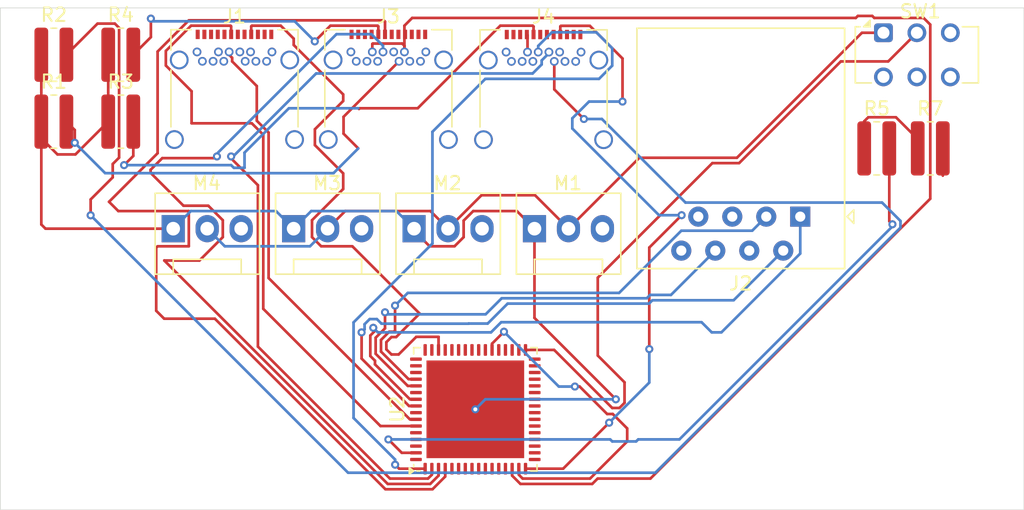
<source format=kicad_pcb>
(kicad_pcb (version 20241229) (generator "pcbnew") (generator_version "9.0")
  (layers (0 "F.Cu" signal) (2 "B.Cu" signal) (13 "F.Paste" user) (15 "B.Paste" user) (5 "F.SilkS" user "F.Silkscreen") (7 "B.SilkS" user "B.Silkscreen") (1 "F.Mask" user) (3 "B.Mask" user) (25 "Edge.Cuts" user))
  (net 0 "")
  (net 7 "gnd")
  (net 10 "D+UP")
  (net 11 "D-UP")
  (net 12 "VBUSUP")
  (net 20 "Net-(U2B-TXP)")
  (net 22 "Net-(U2B-RXN)")
  (net 24 "Net-(U2B-RXP)")
  (net 25 "Net-(U2B-TXN)")
  (net 26 "Net-(U2B-PRTCTL2)")
  (net 29 "Net-(J3-CC2)")
  (net 30 "D-DOWN2")
  (net 32 "D+DOWN2")
  (net 35 "Net-(J3-CC1)")
  (net 42 "Net-(U2B-PRTCTL3)")
  (net 48 "D-DOWN1")
  (net 50 "D+DOWN1")
  (net 51 "Net-(J4-CC1)")
  (net 53 "Net-(J4-CC2)")
  (net 59 "Net-(M1-+)")
  (net 63 "Net-(U2B-USBRBIAS)")
  (net 64 "unconnected-(R7-Pad2)")
  (net 74 "Net-(U2A-VDD18CORE-Pad15)")
  (net 82 "Net-(U2A-VDD33A-Pad10)")
  (footprint "Connector_USB:USB_C_Receptacle_Amphenol_12401548E4-2A_CircularHoles" (layer "F.Cu") (at 125.5 59.5)
    (property "Reference" "J1")
    (property "Value" "USB_C_Receptacle")
  )
  (footprint "Resistor_SMD:R_0815_2038Metric" (layer "F.Cu") (at 112 56)
    (property "Reference" "R2")
    (property "Value" "R")
  )
  (footprint "Connector:FanPinHeader_1x03_P2.54mm_Vertical" (layer "F.Cu") (at 120.92 69)
    (property "Reference" "M4")
    (property "Value" "Fan_PC_Chassis")
  )
  (footprint "Connector:FanPinHeader_1x03_P2.54mm_Vertical" (layer "F.Cu") (at 147.92 69)
    (property "Reference" "M1")
    (property "Value" "Fan_PC_Chassis")
  )
  (footprint "Resistor_SMD:R_0815_2038Metric" (layer "F.Cu") (at 177.5 63)
    (property "Reference" "R7")
    (property "Value" "R")
  )
  (footprint "Connector_RJ:RJ45_Amphenol_54602-x08_Horizontal" (layer "F.Cu") (at 167.7825 68.1 180)
    (property "Reference" "J2")
    (property "Value" "RJ45")
  )
  (footprint "Package_DFN_QFN:QFN-64-1EP_9x9mm_P0.5mm_EP7.3x7.3mm" (layer "F.Cu") (at 143.5 82.5 90)
    (property "Reference" "U2")
    (property "Value" "LAN9512i")
  )
  (footprint "Resistor_SMD:R_0815_2038Metric" (layer "F.Cu") (at 117 56)
    (property "Reference" "R4")
    (property "Value" "R")
  )
  (footprint "Button_Switch_THT:SW_CK_JS202011CQN_DPDT_Straight" (layer "F.Cu") (at 174 54.3575)
    (property "Reference" "SW1")
    (property "Value" "SW_DPDT_x2")
  )
  (footprint "Connector_USB:USB_C_Receptacle_Amphenol_12401548E4-2A_CircularHoles" (layer "F.Cu") (at 137 59.5)
    (property "Reference" "J3")
    (property "Value" "USB_C_Receptacle")
  )
  (footprint "Resistor_SMD:R_0815_2038Metric" (layer "F.Cu") (at 112 61)
    (property "Reference" "R1")
    (property "Value" "R")
  )
  (footprint "Connector_USB:USB_C_Receptacle_Amphenol_12401548E4-2A_CircularHoles" (layer "F.Cu") (at 148.6 59.51)
    (property "Reference" "J4")
    (property "Value" "USB_C_Receptacle")
  )
  (footprint "Resistor_SMD:R_0815_2038Metric" (layer "F.Cu") (at 173.5 63)
    (property "Reference" "R5")
    (property "Value" "R")
  )
  (footprint "Connector:FanPinHeader_1x03_P2.54mm_Vertical" (layer "F.Cu") (at 138.92 69)
    (property "Reference" "M2")
    (property "Value" "Fan_PC_Chassis")
  )
  (footprint "Resistor_SMD:R_0815_2038Metric" (layer "F.Cu") (at 117 61)
    (property "Reference" "R3")
    (property "Value" "R")
  )
  (footprint "Connector:FanPinHeader_1x03_P2.54mm_Vertical" (layer "F.Cu") (at 129.92 69)
    (property "Reference" "M3")
    (property "Value" "Fan_PC_Chassis")
  )
  (gr_rect (start 108 52.5) (end 184.5 90) (stroke (width 0.05)) (fill no) (layer "Edge.Cuts"))
  (segment (start 176.5625 63) (end 176.5625 62.30134) (width 0.2) (layer "F.Cu") (net 7))
  (segment (start 174.93516 60.674) (end 172.8635 60.674) (width 0.2) (layer "F.Cu") (net 7))
  (segment (start 111.0625 62.243203) (end 112.270297 63.451) (width 0.2) (layer "F.Cu") (net 7))
  (segment (start 111.0625 61) (end 111.0625 56) (width 0.2) (layer "F.Cu") (net 7))
  (segment (start 113.6115 63.451) (end 116.0625 61) (width 0.2) (layer "F.Cu") (net 7))
  (segment (start 147.92 69) (end 147.92 75.67) (width 0.2) (layer "F.Cu") (net 7))
  (segment (start 147.92 69) (end 146.604 67.684) (width 0.2) (layer "F.Cu") (net 7))
  (segment (start 142.626 68.399686) (end 142.626 69.632973) (width 0.2) (layer "F.Cu") (net 7))
  (segment (start 138.92 69.15) (end 138.92 69) (width 0.2) (layer "F.Cu") (net 7))
  (segment (start 172.8635 60.674) (end 172.5625 60.975) (width 0.2) (layer "F.Cu") (net 7))
  (segment (start 142.626 69.632973) (end 141.942973 70.316) (width 0.2) (layer "F.Cu") (net 7))
  (segment (start 146.604 67.684) (end 143.341686 67.684) (width 0.2) (layer "F.Cu") (net 7))
  (segment (start 111.0625 68.6875) (end 111.375 69) (width 0.2) (layer "F.Cu") (net 7))
  (segment (start 111.0625 61) (end 111.0625 62.243203) (width 0.2) (layer "F.Cu") (net 7))
  (segment (start 176.5625 62.30134) (end 174.93516 60.674) (width 0.2) (layer "F.Cu") (net 7))
  (segment (start 116.0625 61) (end 116.0625 56) (width 0.2) (layer "F.Cu") (net 7))
  (segment (start 147.92 75.67) (end 154 81.75) (width 0.2) (layer "F.Cu") (net 7))
  (segment (start 140.086 70.316) (end 138.92 69.15) (width 0.2) (layer "F.Cu") (net 7))
  (segment (start 143.341686 67.684) (end 142.626 68.399686) (width 0.2) (layer "F.Cu") (net 7))
  (segment (start 172.5625 60.975) (end 172.5625 63) (width 0.2) (layer "F.Cu") (net 7))
  (segment (start 141.942973 70.316) (end 140.086 70.316) (width 0.2) (layer "F.Cu") (net 7))
  (segment (start 111.375 69) (end 120.92 69) (width 0.2) (layer "F.Cu") (net 7))
  (segment (start 112.270297 63.451) (end 113.6115 63.451) (width 0.2) (layer "F.Cu") (net 7))
  (segment (start 111.0625 61) (end 111.0625 68.6875) (width 0.2) (layer "F.Cu") (net 7))
  (via (at 154 81.75) (size 0.6) (drill 0.3) (layers "F.Cu" "B.Cu") (net 7))
  (via (at 143.5 82.5) (size 0.6) (drill 0.3) (layers "F.Cu" "B.Cu") (net 7))
  (segment (start 122.236 67.684) (end 128.604 67.684) (width 0.2) (layer "B.Cu") (net 7))
  (segment (start 137.604 67.684) (end 138.92 69) (width 0.2) (layer "B.Cu") (net 7))
  (segment (start 154 81.75) (end 144.25 81.75) (width 0.2) (layer "B.Cu") (net 7))
  (segment (start 120.92 69) (end 122.236 67.684) (width 0.2) (layer "B.Cu") (net 7))
  (segment (start 128.604 67.684) (end 129.92 69) (width 0.2) (layer "B.Cu") (net 7))
  (segment (start 144.25 81.75) (end 143.5 82.5) (width 0.2) (layer "B.Cu") (net 7))
  (segment (start 129.92 69) (end 131.236 67.684) (width 0.2) (layer "B.Cu") (net 7))
  (segment (start 131.236 67.684) (end 137.604 67.684) (width 0.2) (layer "B.Cu") (net 7))
  (segment (start 120.369 56.804628) (end 120.369 55.714992) (width 0.2) (layer "F.Cu") (net 10))
  (segment (start 127.65 61.980761) (end 126.794 61.124761) (width 0.2) (layer "F.Cu") (net 10))
  (segment (start 125.25 53.878) (end 125.25 54.48) (width 0.2) (layer "F.Cu") (net 10))
  (segment (start 122.254992 53.829) (end 125.201 53.829) (width 0.2) (layer "F.Cu") (net 10))
  (segment (start 122.294 61.124761) (end 122.294 58.729628) (width 0.2) (layer "F.Cu") (net 10))
  (segment (start 136.411027 83.75) (end 127.65 74.988973) (width 0.2) (layer "F.Cu") (net 10))
  (segment (start 127.65 74.988973) (end 127.65 61.980761) (width 0.2) (layer "F.Cu") (net 10))
  (segment (start 139.0625 83.75) (end 136.411027 83.75) (width 0.2) (layer "F.Cu") (net 10))
  (segment (start 126.794 61.124761) (end 122.294 61.124761) (width 0.2) (layer "F.Cu") (net 10))
  (segment (start 125.201 53.829) (end 125.25 53.878) (width 0.2) (layer "F.Cu") (net 10))
  (segment (start 120.369 55.714992) (end 122.254992 53.829) (width 0.2) (layer "F.Cu") (net 10))
  (segment (start 122.294 58.729628) (end 120.369 56.804628) (width 0.2) (layer "F.Cu") (net 10))
  (segment (start 128.05 72.690798) (end 128.05 61.815075) (width 0.2) (layer "F.Cu") (net 11))
  (segment (start 138.609202 83.25) (end 128.05 72.690798) (width 0.2) (layer "F.Cu") (net 11))
  (segment (start 127.166 60.931075) (end 127.166 58.34) (width 0.2) (layer "F.Cu") (net 11))
  (segment (start 125.326 56.230702) (end 125.1 56.004702) (width 0.2) (layer "F.Cu") (net 11))
  (segment (start 127.166 58.34) (end 125.326 56.5) (width 0.2) (layer "F.Cu") (net 11))
  (segment (start 125.1 56.004702) (end 125.1 55.79) (width 0.2) (layer "F.Cu") (net 11))
  (segment (start 128.05 61.815075) (end 127.166 60.931075) (width 0.2) (layer "F.Cu") (net 11))
  (segment (start 125.326 56.5) (end 125.326 56.230702) (width 0.2) (layer "F.Cu") (net 11))
  (segment (start 139.0625 83.25) (end 138.609202 83.25) (width 0.2) (layer "F.Cu") (net 11))
  (segment (start 174.3575 56.5) (end 176.5 54.3575) (width 0.2) (layer "F.Cu") (net 12))
  (segment (start 137.230761 77.1) (end 137.584314 77.1) (width 0.2) (layer "F.Cu") (net 12))
  (segment (start 131.294 68.367027) (end 133.626 66.035027) (width 0.2) (layer "F.Cu") (net 12))
  (segment (start 137.230761 78.4) (end 136.85 78.019239) (width 0.2) (layer "F.Cu") (net 12))
  (segment (start 137.769239 78.4) (end 137.230761 78.4) (width 0.2) (layer "F.Cu") (net 12))
  (segment (start 133.626 58.970372) (end 129.926 55.270372) (width 0.2) (layer "F.Cu") (net 12))
  (segment (start 133.626 64.871628) (end 131.509 62.754628) (width 0.2) (layer "F.Cu") (net 12))
  (segment (start 137.584314 77.1) (end 139.33867 75.345643) (width 0.2) (layer "F.Cu") (net 12))
  (segment (start 147.25 78.0625) (end 149.393261 78.0625) (width 0.2) (layer "F.Cu") (net 12))
  (segment (start 152.65 78.480761) (end 152.65 72.6625) (width 0.2) (layer "F.Cu") (net 12))
  (segment (start 131.509 61.571761) (end 133.626 59.454761) (width 0.2) (layer "F.Cu") (net 12))
  (segment (start 131.977027 70.316) (end 131.294 69.632973) (width 0.2) (layer "F.Cu") (net 12))
  (segment (start 154.65 80.480761) (end 152.65 78.480761) (width 0.2) (layer "F.Cu") (net 12))
  (segment (start 163.214686 64.101) (end 170.815686 56.5) (width 0.2) (layer "F.Cu") (net 12))
  (segment (start 139.33867 75.345643) (end 134.309027 70.316) (width 0.2) (layer "F.Cu") (net 12))
  (segment (start 133.626 66.035027) (end 133.626 64.871628) (width 0.2) (layer "F.Cu") (net 12))
  (segment (start 154.65 82.019239) (end 154.65 80.480761) (width 0.2) (layer "F.Cu") (net 12))
  (segment (start 133.626 59.454761) (end 133.626 58.970372) (width 0.2) (layer "F.Cu") (net 12))
  (segment (start 153.730761 82.4) (end 154.269239 82.4) (width 0.2) (layer "F.Cu") (net 12))
  (segment (start 126.75 53.878) (end 126.75 54.48) (width 0.2) (layer "F.Cu") (net 12))
  (segment (start 129.926 55.270372) (end 129.926 54.79786) (width 0.2) (layer "F.Cu") (net 12))
  (segment (start 140.75 78.0625) (end 140.75 77.08213) (width 0.2) (layer "F.Cu") (net 12))
  (segment (start 136.85 77.480761) (end 137.230761 77.1) (width 0.2) (layer "F.Cu") (net 12))
  (segment (start 139.087109 77.08213) (end 137.769239 78.4) (width 0.2) (layer "F.Cu") (net 12))
  (segment (start 152.65 72.6625) (end 161.2115 64.101) (width 0.2) (layer "F.Cu") (net 12))
  (segment (start 129.926 54.79786) (end 128.95714 53.829) (width 0.2) (layer "F.Cu") (net 12))
  (segment (start 161.2115 64.101) (end 163.214686 64.101) (width 0.2) (layer "F.Cu") (net 12))
  (segment (start 170.815686 56.5) (end 174.3575 56.5) (width 0.2) (layer "F.Cu") (net 12))
  (segment (start 131.509 62.754628) (end 131.509 61.571761) (width 0.2) (layer "F.Cu") (net 12))
  (segment (start 131.294 69.632973) (end 131.294 68.367027) (width 0.2) (layer "F.Cu") (net 12))
  (segment (start 126.799 53.829) (end 126.75 53.878) (width 0.2) (layer "F.Cu") (net 12))
  (segment (start 154.269239 82.4) (end 154.65 82.019239) (width 0.2) (layer "F.Cu") (net 12))
  (segment (start 149.393261 78.0625) (end 153.730761 82.4) (width 0.2) (layer "F.Cu") (net 12))
  (segment (start 134.309027 70.316) (end 131.977027 70.316) (width 0.2) (layer "F.Cu") (net 12))
  (segment (start 140.75 77.08213) (end 139.087109 77.08213) (width 0.2) (layer "F.Cu") (net 12))
  (segment (start 136.85 78.019239) (end 136.85 77.480761) (width 0.2) (layer "F.Cu") (net 12))
  (segment (start 128.95714 53.829) (end 126.799 53.829) (width 0.2) (layer "F.Cu") (net 12))
  (segment (start 136 79.140798) (end 136 78.866295) (width 0.2) (layer "F.Cu") (net 20))
  (segment (start 135.65 78.516294) (end 135.650001 76.983703) (width 0.2) (layer "F.Cu") (net 20))
  (segment (start 138.609202 81.75) (end 136 79.140798) (width 0.2) (layer "F.Cu") (net 20))
  (segment (start 139.0625 81.75) (end 138.609202 81.75) (width 0.2) (layer "F.Cu") (net 20))
  (segment (start 136 78.866295) (end 135.65 78.516294) (width 0.2) (layer "F.Cu") (net 20))
  (segment (start 136 76.535168) (end 135.872491 76.407659) (width 0.2) (layer "F.Cu") (net 20))
  (segment (start 135.650001 76.983703) (end 136 76.633704) (width 0.2) (layer "F.Cu") (net 20))
  (segment (start 136 76.633704) (end 136 76.535168) (width 0.2) (layer "F.Cu") (net 20))
  (via (at 135.872491 76.407659) (size 0.6) (drill 0.3) (layers "F.Cu" "B.Cu") (net 20))
  (segment (start 161.888839 76.75) (end 161.169239 76.75) (width 0.2) (layer "B.Cu") (net 20))
  (segment (start 160.409813 75.990574) (end 145.430761 75.990574) (width 0.2) (layer "B.Cu") (net 20))
  (segment (start 161.169239 76.75) (end 160.409813 75.990574) (width 0.2) (layer "B.Cu") (net 20))
  (segment (start 144.671335 76.75) (end 136.214832 76.75) (width 0.2) (layer "B.Cu") (net 20))
  (segment (start 167.7825 68.1) (end 167.7825 70.856339) (width 0.2) (layer "B.Cu") (net 20))
  (segment (start 136.214832 76.75) (end 135.872491 76.407659) (width 0.2) (layer "B.Cu") (net 20))
  (segment (start 167.7825 70.856339) (end 161.888839 76.75) (width 0.2) (layer "B.Cu") (net 20))
  (segment (start 145.430761 75.990574) (end 144.671335 76.75) (width 0.2) (layer "B.Cu") (net 20))
  (segment (start 136.75 76.449391) (end 136.75 75.25) (width 0.2) (layer "F.Cu") (net 22))
  (segment (start 136.050001 77.149389) (end 136.75 76.449391) (width 0.2) (layer "F.Cu") (net 22))
  (segment (start 139.0625 80.75) (end 138.44939 80.75) (width 0.2) (layer "F.Cu") (net 22))
  (segment (start 138.44939 80.75) (end 136.05 78.350609) (width 0.2) (layer "F.Cu") (net 22))
  (segment (start 136.05 78.350609) (end 136.050001 77.149389) (width 0.2) (layer "F.Cu") (net 22))
  (via (at 136.75 75.25) (size 0.6) (drill 0.3) (layers "F.Cu" "B.Cu") (net 22))
  (segment (start 156.565076 73.95) (end 158.1225 73.95) (width 0.2) (layer "B.Cu") (net 22))
  (segment (start 156.315075 74.2) (end 156.565076 73.95) (width 0.2) (layer "B.Cu") (net 22))
  (segment (start 158.1225 73.95) (end 161.4325 70.64) (width 0.2) (layer "B.Cu") (net 22))
  (segment (start 136.9 75.4) (end 144.269239 75.4) (width 0.2) (layer "B.Cu") (net 22))
  (segment (start 145.469239 74.2) (end 156.315075 74.2) (width 0.2) (layer "B.Cu") (net 22))
  (segment (start 136.75 75.25) (end 136.9 75.4) (width 0.2) (layer "B.Cu") (net 22))
  (segment (start 144.269239 75.4) (end 145.469239 74.2) (width 0.2) (layer "B.Cu") (net 22))
  (segment (start 136.45 78.184924) (end 136.45 77.315075) (width 0.2) (layer "F.Cu") (net 24))
  (segment (start 136.45 77.315075) (end 137.065076 76.7) (width 0.2) (layer "F.Cu") (net 24))
  (segment (start 137.5 76.618628) (end 137.5 74.75) (width 0.2) (layer "F.Cu") (net 24))
  (segment (start 138.515075 80.25) (end 136.45 78.184924) (width 0.2) (layer "F.Cu") (net 24))
  (segment (start 137.065076 76.7) (end 137.418628 76.7) (width 0.2) (layer "F.Cu") (net 24))
  (segment (start 137.418628 76.7) (end 137.5 76.618628) (width 0.2) (layer "F.Cu") (net 24))
  (segment (start 139.0625 80.25) (end 138.515075 80.25) (width 0.2) (layer "F.Cu") (net 24))
  (via (at 137.5 74.75) (size 0.6) (drill 0.3) (layers "F.Cu" "B.Cu") (net 24))
  (segment (start 158.895161 69.151) (end 164.1915 69.151) (width 0.2) (layer "B.Cu") (net 24))
  (segment (start 137.5 74.75) (end 138.45 73.8) (width 0.2) (layer "B.Cu") (net 24))
  (segment (start 154.246161 73.8) (end 158.895161 69.151) (width 0.2) (layer "B.Cu") (net 24))
  (segment (start 138.45 73.8) (end 154.246161 73.8) (width 0.2) (layer "B.Cu") (net 24))
  (segment (start 164.1915 69.151) (end 165.2425 68.1) (width 0.2) (layer "B.Cu") (net 24))
  (segment (start 139.0625 82.25) (end 138.543517 82.25) (width 0.2) (layer "F.Cu") (net 25))
  (segment (start 135 78.706483) (end 135 76.75) (width 0.2) (layer "F.Cu") (net 25))
  (segment (start 138.543517 82.25) (end 135 78.706483) (width 0.2) (layer "F.Cu") (net 25))
  (via (at 135 76.75) (size 0.6) (drill 0.3) (layers "F.Cu" "B.Cu") (net 25))
  (segment (start 156.480761 74.6) (end 156.730761 74.35) (width 0.2) (layer "B.Cu") (net 25))
  (segment (start 162.8025 74.35) (end 166.5125 70.64) (width 0.2) (layer "B.Cu") (net 25))
  (segment (start 136.14173 75.757659) (end 136.484071 76.1) (width 0.2) (layer "B.Cu") (net 25))
  (segment (start 135.603252 75.757659) (end 136.14173 75.757659) (width 0.2) (layer "B.Cu") (net 25))
  (segment (start 135 76.75) (end 135.222491 76.527509) (width 0.2) (layer "B.Cu") (net 25))
  (segment (start 145.915076 74.6) (end 156.480761 74.6) (width 0.2) (layer "B.Cu") (net 25))
  (segment (start 156.730761 74.35) (end 162.8025 74.35) (width 0.2) (layer "B.Cu") (net 25))
  (segment (start 142.997775 76.1) (end 143.007816 76.08996) (width 0.2) (layer "B.Cu") (net 25))
  (segment (start 135.222491 76.527509) (end 135.222491 76.13842) (width 0.2) (layer "B.Cu") (net 25))
  (segment (start 135.222491 76.13842) (end 135.603252 75.757659) (width 0.2) (layer "B.Cu") (net 25))
  (segment (start 136.484071 76.1) (end 142.997775 76.1) (width 0.2) (layer "B.Cu") (net 25))
  (segment (start 144.425116 76.08996) (end 145.915076 74.6) (width 0.2) (layer "B.Cu") (net 25))
  (segment (start 143.007816 76.08996) (end 144.425116 76.08996) (width 0.2) (layer "B.Cu") (net 25))
  (segment (start 138.2 53.83) (end 138.2 55.79) (width 0.2) (layer "F.Cu") (net 26))
  (segment (start 135.8 55.2) (end 135.836 55.164) (width 0.2) (layer "F.Cu") (net 26))
  (segment (start 146.25 87.456483) (end 146.869517 88.076) (width 0.2) (layer "F.Cu") (net 26))
  (segment (start 152.239686 88.076) (end 152.639686 87.676) (width 0.2) (layer "F.Cu") (net 26))
  (segment (start 177 53.25) (end 173.315686 53.25) (width 0.2) (layer "F.Cu") (net 26))
  (segment (start 172.084314 53.1) (end 171.934314 53.25) (width 0.2) (layer "F.Cu") (net 26))
  (segment (start 177.5 53.75) (end 177 53.25) (width 0.2) (layer "F.Cu") (net 26))
  (segment (start 135.8 55.79) (end 135.8 55.2) (width 0.2) (layer "F.Cu") (net 26))
  (segment (start 138.033619 55.164) (end 138.2 55.330381) (width 0.2) (layer "F.Cu") (net 26))
  (segment (start 138.2 55.330381) (end 138.2 55.79) (width 0.2) (layer "F.Cu") (net 26))
  (segment (start 177.5 66.76116) (end 177.5 53.75) (width 0.2) (layer "F.Cu") (net 26))
  (segment (start 156.58516 87.676) (end 177.5 66.76116) (width 0.2) (layer "F.Cu") (net 26))
  (segment (start 146.25 86.9375) (end 146.25 87.456483) (width 0.2) (layer "F.Cu") (net 26))
  (segment (start 173.315686 53.25) (end 173.165686 53.1) (width 0.2) (layer "F.Cu") (net 26))
  (segment (start 171.934314 53.25) (end 138.78 53.25) (width 0.2) (layer "F.Cu") (net 26))
  (segment (start 135.836 55.164) (end 138.033619 55.164) (width 0.2) (layer "F.Cu") (net 26))
  (segment (start 138.78 53.25) (end 138.2 53.83) (width 0.2) (layer "F.Cu") (net 26))
  (segment (start 152.639686 87.676) (end 156.58516 87.676) (width 0.2) (layer "F.Cu") (net 26))
  (segment (start 146.869517 88.076) (end 152.239686 88.076) (width 0.2) (layer "F.Cu") (net 26))
  (segment (start 173.165686 53.1) (end 172.084314 53.1) (width 0.2) (layer "F.Cu") (net 26))
  (segment (start 133.650729 61.900729) (end 134.75 63) (width 0.2) (layer "F.Cu") (net 29))
  (segment (start 113.563454 61.625954) (end 113.563454 62.579806) (width 0.2) (layer "F.Cu") (net 29))
  (segment (start 137.8 56.49) (end 133.650729 60.639271) (width 0.2) (layer "F.Cu") (net 29))
  (segment (start 133.650729 60.639271) (end 133.650729 61.900729) (width 0.2) (layer "F.Cu") (net 29))
  (segment (start 112.9375 61) (end 113.563454 61.625954) (width 0.2) (layer "F.Cu") (net 29))
  (via (at 113.563454 62.579806) (size 0.6) (drill 0.3) (layers "F.Cu" "B.Cu") (net 29))
  (segment (start 132.899 64.851) (end 115.834648 64.851) (width 0.2) (layer "B.Cu") (net 29))
  (segment (start 115.834648 64.851) (end 113.563454 62.579806) (width 0.2) (layer "B.Cu") (net 29))
  (segment (start 134.75 63) (end 132.899 64.851) (width 0.2) (layer "B.Cu") (net 29))
  (segment (start 120.251843 71.379528) (end 122.879445 71.379528) (width 0.2) (layer "F.Cu") (net 30))
  (segment (start 124.626 69.632973) (end 124.626 68.367027) (width 0.2) (layer "F.Cu") (net 30))
  (segment (start 122.879445 71.379528) (end 124.626 69.632973) (width 0.2) (layer "F.Cu") (net 30))
  (segment (start 124.626 68.367027) (end 123.542973 67.284) (width 0.2) (layer "F.Cu") (net 30))
  (segment (start 123.542973 67.284) (end 121.686 67.284) (width 0.2) (layer "F.Cu") (net 30))
  (segment (start 136.948314 88.076) (end 120.251843 71.379528) (width 0.2) (layer "F.Cu") (net 30))
  (segment (start 140.75 86.9375) (end 140.75 87.456484) (width 0.2) (layer "F.Cu") (net 30))
  (segment (start 140.130483 88.076) (end 136.948314 88.076) (width 0.2) (layer "F.Cu") (net 30))
  (segment (start 120.102894 63.727867) (end 124.061267 63.727867) (width 0.2) (layer "F.Cu") (net 30))
  (segment (start 119.230761 64.828761) (end 119.230761 64.6) (width 0.2) (layer "F.Cu") (net 30))
  (segment (start 140.75 87.456484) (end 140.130483 88.076) (width 0.2) (layer "F.Cu") (net 30))
  (segment (start 124.061267 63.727867) (end 124.189134 63.6) (width 0.2) (layer "F.Cu") (net 30))
  (segment (start 121.686 67.284) (end 119.230761 64.828761) (width 0.2) (layer "F.Cu") (net 30))
  (segment (start 119.230761 64.6) (end 120.102894 63.727867) (width 0.2) (layer "F.Cu") (net 30))
  (via (at 124.189134 63.6) (size 0.6) (drill 0.3) (layers "F.Cu" "B.Cu") (net 30))
  (segment (start 135.733619 54.464) (end 133.119992 54.464) (width 0.2) (layer "B.Cu") (net 30))
  (segment (start 133.119992 54.464) (end 124.189134 63.394858) (width 0.2) (layer "B.Cu") (net 30))
  (segment (start 136.6 55.79) (end 136.6 55.330381) (width 0.2) (layer "B.Cu") (net 30))
  (segment (start 124.189134 63.394858) (end 124.189134 63.6) (width 0.2) (layer "B.Cu") (net 30))
  (segment (start 136.6 55.330381) (end 135.733619 54.464) (width 0.2) (layer "B.Cu") (net 30))
  (segment (start 119.65 75.134924) (end 119.65 70.42) (width 0.2) (layer "F.Cu") (net 32))
  (segment (start 136.782628 88.476) (end 124.034 75.72737) (width 0.2) (layer "F.Cu") (net 32))
  (segment (start 119.65 70.42) (end 119.754 70.316) (width 0.2) (layer "F.Cu") (net 32))
  (segment (start 136.75 53.527) (end 136.75 54.48) (width 0.2) (layer "F.Cu") (net 32))
  (segment (start 116.124 66.98984) (end 119.754 63.35984) (width 0.2) (layer "F.Cu") (net 32))
  (segment (start 140.296168 88.476) (end 136.782628 88.476) (width 0.2) (layer "F.Cu") (net 32))
  (segment (start 122.086 70.316) (end 122.086 67.684) (width 0.2) (layer "F.Cu") (net 32))
  (segment (start 122.086 67.684) (end 116.81816 67.684) (width 0.2) (layer "F.Cu") (net 32))
  (segment (start 120.242446 75.72737) (end 119.65 75.134924) (width 0.2) (layer "F.Cu") (net 32))
  (segment (start 119.754 63.35984) (end 119.754 55.762892) (width 0.2) (layer "F.Cu") (net 32))
  (segment (start 122.088892 53.428) (end 136.651 53.428) (width 0.2) (layer "F.Cu") (net 32))
  (segment (start 119.754 70.316) (end 122.086 70.316) (width 0.2) (layer "F.Cu") (net 32))
  (segment (start 136.651 53.428) (end 136.75 53.527) (width 0.2) (layer "F.Cu") (net 32))
  (segment (start 124.034 75.72737) (end 120.242446 75.72737) (width 0.2) (layer "F.Cu") (net 32))
  (segment (start 116.81816 67.684) (end 116.124 66.98984) (width 0.2) (layer "F.Cu") (net 32))
  (segment (start 119.754 55.762892) (end 122.088892 53.428) (width 0.2) (layer "F.Cu") (net 32))
  (segment (start 141.25 86.9375) (end 141.25 87.522169) (width 0.2) (layer "F.Cu") (net 32))
  (segment (start 141.25 87.522169) (end 140.296168 88.476) (width 0.2) (layer "F.Cu") (net 32))
  (segment (start 136.25 53.878) (end 136.201 53.829) (width 0.2) (layer "F.Cu") (net 35))
  (segment (start 136.201 53.829) (end 132.671 53.829) (width 0.2) (layer "F.Cu") (net 35))
  (segment (start 119.25 54.6875) (end 119.25 53.3) (width 0.2) (layer "F.Cu") (net 35))
  (segment (start 117.9375 56) (end 119.25 54.6875) (width 0.2) (layer "F.Cu") (net 35))
  (segment (start 136.25 54.48) (end 136.25 53.878) (width 0.2) (layer "F.Cu") (net 35))
  (segment (start 132.671 53.829) (end 131.5 55) (width 0.2) (layer "F.Cu") (net 35))
  (via (at 119.25 53.3) (size 0.6) (drill 0.3) (layers "F.Cu" "B.Cu") (net 35))
  (via (at 131.5 55) (size 0.6) (drill 0.3) (layers "F.Cu" "B.Cu") (net 35))
  (segment (start 131.5 55) (end 130 53.5) (width 0.2) (layer "B.Cu") (net 35))
  (segment (start 119.25 53.5) (end 119.25 53.3) (width 0.2) (layer "B.Cu") (net 35))
  (segment (start 130 53.5) (end 119.25 53.5) (width 0.2) (layer "B.Cu") (net 35))
  (segment (start 150.0625 86.9375) (end 153.5 83.5) (width 0.2) (layer "F.Cu") (net 42))
  (segment (start 147.4 54.54) (end 147.35 54.49) (width 0.2) (layer "F.Cu") (net 42))
  (segment (start 149.85 53.888) (end 149.85 54.49) (width 0.2) (layer "F.Cu") (net 42))
  (segment (start 154.5 56.28186) (end 152.05714 53.839) (width 0.2) (layer "F.Cu") (net 42))
  (segment (start 156.5 70.409966) (end 158.917097 67.992869) (width 0.2) (layer "F.Cu") (net 42))
  (segment (start 149.899 53.839) (end 149.85 53.888) (width 0.2) (layer "F.Cu") (net 42))
  (segment (start 156.5 78) (end 156.5 70.409966) (width 0.2) (layer "F.Cu") (net 42))
  (segment (start 152.05714 53.839) (end 149.899 53.839) (width 0.2) (layer "F.Cu") (net 42))
  (segment (start 154.5 59.5) (end 154.5 56.28186) (width 0.2) (layer "F.Cu") (net 42))
  (segment (start 147.25 86.9375) (end 150.0625 86.9375) (width 0.2) (layer "F.Cu") (net 42))
  (segment (start 147.4 55.8) (end 147.4 54.54) (width 0.2) (layer "F.Cu") (net 42))
  (via (at 156.5 78) (size 0.6) (drill 0.3) (layers "F.Cu" "B.Cu") (net 42))
  (via (at 154.5 59.5) (size 0.6) (drill 0.3) (layers "F.Cu" "B.Cu") (net 42))
  (via (at 153.5 83.5) (size 0.6) (drill 0.3) (layers "F.Cu" "B.Cu") (net 42))
  (via (at 158.917097 67.992869) (size 0.6) (drill 0.3) (layers "F.Cu" "B.Cu") (net 42))
  (segment (start 150.747172 60.75) (end 151.997172 59.5) (width 0.2) (layer "B.Cu") (net 42))
  (segment (start 151.997172 59.5) (end 154.5 59.5) (width 0.2) (layer "B.Cu") (net 42))
  (segment (start 153.5 83.5) (end 156.5 80.5) (width 0.2) (layer "B.Cu") (net 42))
  (segment (start 158.917097 67.992869) (end 157.225953 67.992869) (width 0.2) (layer "B.Cu") (net 42))
  (segment (start 150.747172 61.514088) (end 150.747172 60.75) (width 0.2) (layer "B.Cu") (net 42))
  (segment (start 156.5 80.5) (end 156.5 78) (width 0.2) (layer "B.Cu") (net 42))
  (segment (start 157.225953 67.992869) (end 150.747172 61.514088) (width 0.2) (layer "B.Cu") (net 42))
  (segment (start 137.804933 86.9375) (end 137.505993 86.63856) (width 0.2) (layer "F.Cu") (net 48))
  (segment (start 139.75 86.9375) (end 137.804933 86.9375) (width 0.2) (layer "F.Cu") (net 48))
  (via (at 137.505993 86.63856) (size 0.6) (drill 0.3) (layers "F.Cu" "B.Cu") (net 48))
  (segment (start 153.731 56.814628) (end 152.743628 57.802) (width 0.2) (layer "B.Cu") (net 48))
  (segment (start 152.743628 57.802) (end 144.251 57.802) (width 0.2) (layer "B.Cu") (net 48))
  (segment (start 152.54214 54.324) (end 153.731 55.51286) (width 0.2) (layer "B.Cu") (net 48))
  (segment (start 149.216381 54.324) (end 152.54214 54.324) (width 0.2) (layer "B.Cu") (net 48))
  (segment (start 153.731 55.51286) (end 153.731 56.814628) (width 0.2) (layer "B.Cu") (net 48))
  (segment (start 140.294 61.759) (end 140.294 70.108) (width 0.2) (layer "B.Cu") (net 48))
  (segment (start 148.2 55.8) (end 148.2 55.340381) (width 0.2) (layer "B.Cu") (net 48))
  (segment (start 144.251 57.802) (end 140.294 61.759) (width 0.2) (layer "B.Cu") (net 48))
  (segment (start 148.2 55.340381) (end 149.216381 54.324) (width 0.2) (layer "B.Cu") (net 48))
  (segment (start 134.399 76.003) (end 134.399 83.149) (width 0.2) (layer "B.Cu") (net 48))
  (segment (start 137.505993 86.255993) (end 137.505993 86.63856) (width 0.2) (layer "B.Cu") (net 48))
  (segment (start 134.399 83.149) (end 137.505993 86.255993) (width 0.2) (layer "B.Cu") (net 48))
  (segment (start 140.294 70.108) (end 134.399 76.003) (width 0.2) (layer "B.Cu") (net 48))
  (segment (start 127.25 77.810586) (end 127.25 65.75) (width 0.2) (layer "F.Cu") (net 50))
  (segment (start 125.25 63.75) (end 125.25 63.6) (width 0.2) (layer "F.Cu") (net 50))
  (segment (start 127.25 65.75) (end 125.25 63.75) (width 0.2) (layer "F.Cu") (net 50))
  (segment (start 140.25 86.9375) (end 140.25 87.389383) (width 0.2) (layer "F.Cu") (net 50))
  (segment (start 139.964383 87.675) (end 137.114414 87.675) (width 0.2) (layer "F.Cu") (net 50))
  (segment (start 137.114414 87.675) (end 127.25 77.810586) (width 0.2) (layer "F.Cu") (net 50))
  (segment (start 140.25 87.389383) (end 139.964383 87.675) (width 0.2) (layer "F.Cu") (net 50))
  (via (at 125.25 63.6) (size 0.6) (drill 0.3) (layers "F.Cu" "B.Cu") (net 50))
  (segment (start 148.459298 56.726) (end 147.784298 57.401) (width 0.2) (layer "B.Cu") (net 50))
  (segment (start 148.459298 56.426) (end 148.459298 56.726) (width 0.2) (layer "B.Cu") (net 50))
  (segment (start 149 55.8) (end 149 55.885298) (width 0.2) (layer "B.Cu") (net 50))
  (segment (start 147.784298 57.401) (end 131.599 57.401) (width 0.2) (layer "B.Cu") (net 50))
  (segment (start 149 55.885298) (end 148.459298 56.426) (width 0.2) (layer "B.Cu") (net 50))
  (segment (start 125.4 63.6) (end 125.25 63.6) (width 0.2) (layer "B.Cu") (net 50))
  (segment (start 131.599 57.401) (end 125.4 63.6) (width 0.2) (layer "B.Cu") (net 50))
  (segment (start 139.193992 60) (end 134.858514 60) (width 0.2) (layer "F.Cu") (net 51))
  (segment (start 147.85 53.888) (end 147.791 53.829) (width 0.2) (layer "F.Cu") (net 51))
  (segment (start 147.791 53.829) (end 145.364992 53.829) (width 0.2) (layer "F.Cu") (net 51))
  (segment (start 117.25 64.25) (end 117.9375 63.5625) (width 0.2) (layer "F.Cu") (net 51))
  (segment (start 147.85 54.49) (end 147.85 53.888) (width 0.2) (layer "F.Cu") (net 51))
  (segment (start 134.858514 60) (end 134.804257 60.054257) (width 0.2) (layer "F.Cu") (net 51))
  (segment (start 117.9375 63.5625) (end 117.9375 61) (width 0.2) (layer "F.Cu") (net 51))
  (segment (start 145.364992 53.829) (end 139.193992 60) (width 0.2) (layer "F.Cu") (net 51))
  (via (at 117.25 64.25) (size 0.6) (drill 0.3) (layers "F.Cu" "B.Cu") (net 51))
  (segment (start 126.25 63.3171) (end 126.25 64.451) (width 0.2) (layer "B.Cu") (net 51))
  (segment (start 134.75 60) (end 129.5671 60) (width 0.2) (layer "B.Cu") (net 51))
  (segment (start 125.451 64.451) (end 125.25 64.25) (width 0.2) (layer "B.Cu") (net 51))
  (segment (start 126.25 64.451) (end 125.451 64.451) (width 0.2) (layer "B.Cu") (net 51))
  (segment (start 125.25 64.25) (end 117.25 64.25) (width 0.2) (layer "B.Cu") (net 51))
  (segment (start 129.5671 60) (end 126.25 63.3171) (width 0.2) (layer "B.Cu") (net 51))
  (segment (start 116.4 64.165685) (end 116.4 65.165685) (width 0.2) (layer "F.Cu") (net 53))
  (segment (start 149.4 56.5) (end 149.4 58.588966) (width 0.2) (layer "F.Cu") (net 53))
  (segment (start 116.876 53.98984) (end 116.876 63.689685) (width 0.2) (layer "F.Cu") (net 53))
  (segment (start 115.2635 53.674) (end 116.56016 53.674) (width 0.2) (layer "F.Cu") (net 53))
  (segment (start 149.4 58.588966) (end 151.613723 60.802689) (width 0.2) (layer "F.Cu") (net 53))
  (segment (start 116.56016 53.674) (end 116.876 53.98984) (width 0.2) (layer "F.Cu") (net 53))
  (segment (start 116.876 63.689685) (end 116.4 64.165685) (width 0.2) (layer "F.Cu") (net 53))
  (segment (start 116.4 65.165685) (end 114.75 66.815685) (width 0.2) (layer "F.Cu") (net 53))
  (segment (start 114.75 66.815685) (end 114.75 68) (width 0.2) (layer "F.Cu") (net 53))
  (segment (start 112.9375 56) (end 115.2635 53.674) (width 0.2) (layer "F.Cu") (net 53))
  (via (at 151.613723 60.802689) (size 0.6) (drill 0.3) (layers "F.Cu" "B.Cu") (net 53))
  (via (at 114.75 68) (size 0.6) (drill 0.3) (layers "F.Cu" "B.Cu") (net 53))
  (segment (start 175.27196 68.422017) (end 173.898943 67.049) (width 0.2) (layer "B.Cu") (net 53))
  (segment (start 175.27196 68.919903) (end 175.27196 68.422017) (width 0.2) (layer "B.Cu") (net 53))
  (segment (start 156.952303 87.23956) (end 175.27196 68.919903) (width 0.2) (layer "B.Cu") (net 53))
  (segment (start 114.75 68) (end 133.98956 87.23956) (width 0.2) (layer "B.Cu") (net 53))
  (segment (start 159.204628 67.049) (end 152.958317 60.802689) (width 0.2) (layer "B.Cu") (net 53))
  (segment (start 133.98956 87.23956) (end 156.952303 87.23956) (width 0.2) (layer "B.Cu") (net 53))
  (segment (start 152.958317 60.802689) (end 151.613723 60.802689) (width 0.2) (layer "B.Cu") (net 53))
  (segment (start 173.898943 67.049) (end 159.204628 67.049) (width 0.2) (layer "B.Cu") (net 53))
  (segment (start 150.46 69) (end 147.96 66.5) (width 0.2) (layer "F.Cu") (net 59))
  (segment (start 163.049 63.701) (end 172.3925 54.3575) (width 0.2) (layer "F.Cu") (net 59))
  (segment (start 147.96 66.5) (end 143.96 66.5) (width 0.2) (layer "F.Cu") (net 59))
  (segment (start 155.759 63.701) (end 163.049 63.701) (width 0.2) (layer "F.Cu") (net 59))
  (segment (start 150.46 69) (end 155.759 63.701) (width 0.2) (layer "F.Cu") (net 59))
  (segment (start 140.144 67.684) (end 133.776 67.684) (width 0.2) (layer "F.Cu") (net 59))
  (segment (start 141.46 69) (end 140.144 67.684) (width 0.2) (layer "F.Cu") (net 59))
  (segment (start 143.96 66.5) (end 141.46 69) (width 0.2) (layer "F.Cu") (net 59))
  (segment (start 133.776 67.684) (end 132.46 69) (width 0.2) (layer "F.Cu") (net 59))
  (segment (start 172.3925 54.3575) (end 174 54.3575) (width 0.2) (layer "F.Cu") (net 59))
  (segment (start 131.144 70.316) (end 132.46 69) (width 0.2) (layer "B.Cu") (net 59))
  (segment (start 123.46 69) (end 124.776 70.316) (width 0.2) (layer "B.Cu") (net 59))
  (segment (start 124.776 70.316) (end 131.144 70.316) (width 0.2) (layer "B.Cu") (net 59))
  (segment (start 174.4375 68.4375) (end 174.67096 68.67096) (width 0.2) (layer "F.Cu") (net 63))
  (segment (start 174.4375 63) (end 174.4375 68.4375) (width 0.2) (layer "F.Cu") (net 63))
  (segment (start 139.0625 85.75) (end 138 85.75) (width 0.2) (layer "F.Cu") (net 63))
  (segment (start 138 85.75) (end 137 84.75) (width 0.2) (layer "F.Cu") (net 63))
  (via (at 137 84.75) (size 0.6) (drill 0.3) (layers "F.Cu" "B.Cu") (net 63))
  (via (at 174.67096 68.67096) (size 0.6) (drill 0.3) (layers "F.Cu" "B.Cu") (net 63))
  (segment (start 137 84.75) (end 153.580761 84.75) (width 0.2) (layer "B.Cu") (net 63))
  (segment (start 158.75 84.75) (end 174.67096 68.82904) (width 0.2) (layer "B.Cu") (net 63))
  (segment (start 155.519239 84.9) (end 155.669239 84.75) (width 0.2) (layer "B.Cu") (net 63))
  (segment (start 153.730761 84.9) (end 155.519239 84.9) (width 0.2) (layer "B.Cu") (net 63))
  (segment (start 174.67096 68.82904) (end 174.67096 68.67096) (width 0.2) (layer "B.Cu") (net 63))
  (segment (start 153.580761 84.75) (end 153.730761 84.9) (width 0.2) (layer "B.Cu") (net 63))
  (segment (start 155.669239 84.75) (end 158.75 84.75) (width 0.2) (layer "B.Cu") (net 63))
  (segment (start 178.4375 63) (end 178.4375 65.0385) (width 0.2) (layer "F.Cu") (net 64))
  (segment (start 147.035202 87.676) (end 152.074 87.676) (width 0.2) (layer "F.Cu") (net 74))
  (segment (start 144.75 77.590574) (end 145.640388 76.700186) (width 0.2) (layer "F.Cu") (net 74))
  (segment (start 151.298698 80.798698) (end 150.939625 80.798698) (width 0.2) (layer "F.Cu") (net 74))
  (segment (start 152.074 87.676) (end 154.85 84.9) (width 0.2) (layer "F.Cu") (net 74))
  (segment (start 146.75 86.9375) (end 146.75 87.390798) (width 0.2) (layer "F.Cu") (net 74))
  (segment (start 154.85 84.9) (end 154.85 83.930761) (width 0.2) (layer "F.Cu") (net 74))
  (segment (start 154.85 83.930761) (end 153.769239 82.85) (width 0.2) (layer "F.Cu") (net 74))
  (segment (start 153.35 82.85) (end 151.298698 80.798698) (width 0.2) (layer "F.Cu") (net 74))
  (segment (start 144.75 78.0625) (end 144.75 77.590574) (width 0.2) (layer "F.Cu") (net 74))
  (segment (start 153.769239 82.85) (end 153.35 82.85) (width 0.2) (layer "F.Cu") (net 74))
  (segment (start 146.75 87.390798) (end 147.035202 87.676) (width 0.2) (layer "F.Cu") (net 74))
  (via (at 150.939625 80.798698) (size 0.6) (drill 0.3) (layers "F.Cu" "B.Cu") (net 74))
  (via (at 145.640388 76.700186) (size 0.6) (drill 0.3) (layers "F.Cu" "B.Cu") (net 74))
  (segment (start 145.640388 76.700186) (end 149.7389 80.798698) (width 0.2) (layer "B.Cu") (net 74))
  (segment (start 149.7389 80.798698) (end 150.939625 80.798698) (width 0.2) (layer "B.Cu") (net 74))
)
</source>
